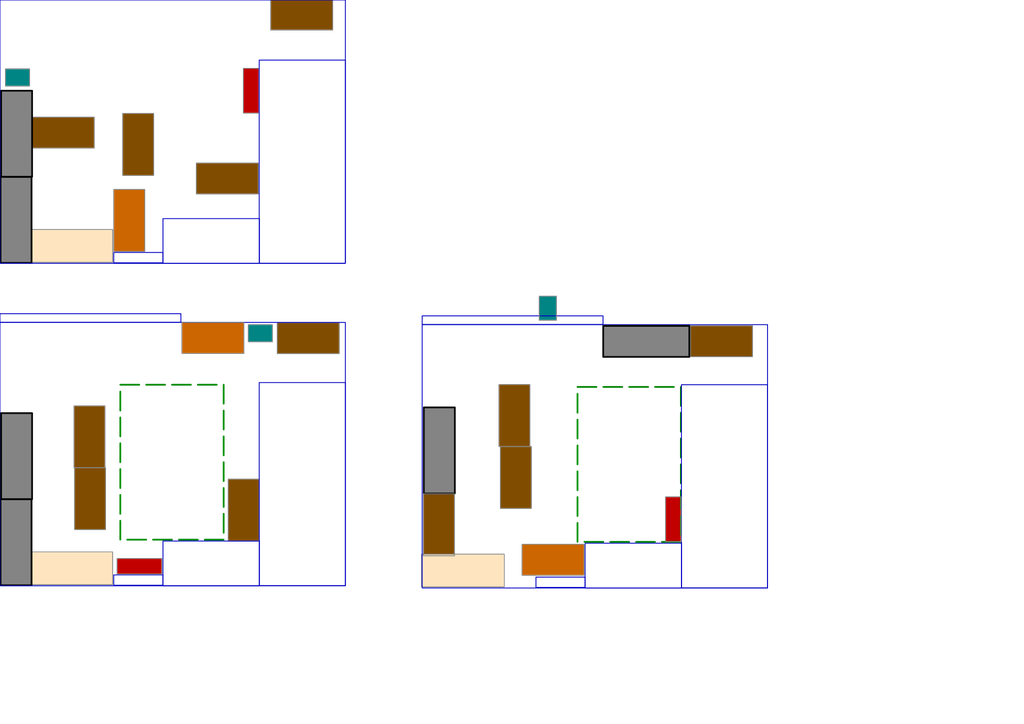
<source format=kicad_sch>
(kicad_sch
	(version 20231120)
	(generator "eeschema")
	(generator_version "8.0")
	(uuid "eb6ce237-7062-45e8-9989-24d4f126af19")
	(paper "A0")
	(lib_symbols)
	(rectangle
		(start 492.125 473.405)
		(end 528.125 573.405)
		(stroke
			(width 2)
			(type default)
			(color 0 0 0 1)
		)
		(fill
			(type color)
			(color 132 132 132 1)
		)
		(uuid 060862ba-5d8c-4e4b-bd8e-cc1a4746fa98)
	)
	(rectangle
		(start 300.99 444.5)
		(end 400.99 680.5)
		(stroke
			(width 1)
			(type default)
		)
		(fill
			(type none)
		)
		(uuid 08ebd557-138c-42b0-8e1c-002c13da02b8)
	)
	(rectangle
		(start 490.22 367.03)
		(end 700.22 377.03)
		(stroke
			(width 1)
			(type default)
		)
		(fill
			(type none)
		)
		(uuid 0cc5fdae-efc7-4ba0-b605-9d2b1b12819c)
	)
	(rectangle
		(start 264.99 556.65)
		(end 300.99 628.65)
		(stroke
			(width 1)
			(type default)
			(color 132 132 132 1)
		)
		(fill
			(type color)
			(color 128 77 0 1)
		)
		(uuid 0cfa0aba-b356-45b6-ab4c-98d58d3463b4)
	)
	(rectangle
		(start 670.56 449.58)
		(end 790.56 629.58)
		(stroke
			(width 2)
			(type dash)
			(color 0 132 0 1)
		)
		(fill
			(type none)
		)
		(uuid 16a51f73-c58e-4b5f-84f9-2f3b7c05ac3c)
	)
	(rectangle
		(start 606.18 632.46)
		(end 678.18 668.46)
		(stroke
			(width 1)
			(type default)
			(color 132 132 132 1)
		)
		(fill
			(type color)
			(color 204 102 0 1)
		)
		(uuid 1b5536a6-e100-4a46-b776-cb013d5c1fa0)
	)
	(rectangle
		(start 1.27 105.41)
		(end 37.27 205.41)
		(stroke
			(width 2)
			(type default)
			(color 0 0 0 1)
		)
		(fill
			(type color)
			(color 132 132 132 1)
		)
		(uuid 39bbd930-7013-49db-a16d-00f61e3b6658)
	)
	(rectangle
		(start 139.7 447.04)
		(end 259.7 627.04)
		(stroke
			(width 2)
			(type dash)
			(color 0 132 0 1)
		)
		(fill
			(type none)
		)
		(uuid 3d840ae1-9178-4383-81d3-02f2ab6b4124)
	)
	(rectangle
		(start 679.45 631.19)
		(end 791.45 683.19)
		(stroke
			(width 1)
			(type default)
		)
		(fill
			(type none)
		)
		(uuid 3dd61154-ff4a-49f8-87cd-5be09051b1c0)
	)
	(rectangle
		(start 132.08 220.1)
		(end 168.08 292.1)
		(stroke
			(width 1)
			(type default)
			(color 132 132 132 1)
		)
		(fill
			(type color)
			(color 204 102 0 1)
		)
		(uuid 3fe869ec-1552-4538-88ec-0cb387d5b5aa)
	)
	(rectangle
		(start 282.575 79.445)
		(end 300.575 131.445)
		(stroke
			(width 1)
			(type default)
			(color 132 132 132 1)
		)
		(fill
			(type color)
			(color 194 0 0 1)
		)
		(uuid 40b2d8bb-41d4-4fdd-bcd5-217e7b264fd5)
	)
	(rectangle
		(start 288.29 377.19)
		(end 316.29 397.19)
		(stroke
			(width 1)
			(type default)
			(color 132 132 132 1)
		)
		(fill
			(type color)
			(color 0 132 132 1)
		)
		(uuid 43643f87-dc1b-4385-b57c-ea3eef7a58e4)
	)
	(rectangle
		(start 579.315 446.795)
		(end 615.315 518.795)
		(stroke
			(width 1)
			(type default)
			(color 132 132 132 1)
		)
		(fill
			(type color)
			(color 128 77 0 1)
		)
		(uuid 43899827-6d79-48f3-a4f5-423b0712511f)
	)
	(rectangle
		(start 34.81 266.7)
		(end 130.81 304.7)
		(stroke
			(width 1)
			(type default)
			(color 132 132 132 1)
		)
		(fill
			(type color)
			(color 255 229 191 1)
		)
		(uuid 534d0527-2cf0-45ef-9410-7b83efbaeb92)
	)
	(rectangle
		(start 37.465 136.085)
		(end 109.465 172.085)
		(stroke
			(width 1)
			(type default)
			(color 132 132 132 1)
		)
		(fill
			(type color)
			(color 128 77 0 1)
		)
		(uuid 5b84d952-fa1e-43be-95cb-5c0708f9efa4)
	)
	(rectangle
		(start 0 374.65)
		(end 401 680.65)
		(stroke
			(width 1)
			(type default)
		)
		(fill
			(type none)
		)
		(uuid 5f1f619a-be41-44ed-9896-e5086fe48339)
	)
	(rectangle
		(start 85.92 471.56)
		(end 121.92 543.56)
		(stroke
			(width 1)
			(type default)
			(color 132 132 132 1)
		)
		(fill
			(type color)
			(color 128 77 0 1)
		)
		(uuid 6a56a4c7-0b89-4868-9dc2-fbe82ea62f78)
	)
	(rectangle
		(start 491.685 573.795)
		(end 527.685 645.795)
		(stroke
			(width 1)
			(type default)
			(color 132 132 132 1)
		)
		(fill
			(type color)
			(color 128 77 0 1)
		)
		(uuid 7241f22c-1c1b-44cc-829a-84b69312b71e)
	)
	(rectangle
		(start 300.99 -159.37)
		(end 480.99 -39.37)
		(stroke
			(width 2)
			(type dash)
			(color 0 132 0 1)
		)
		(fill
			(type none)
		)
		(uuid 76c6e697-d5d4-4225-9057-158eeaa776bf)
	)
	(rectangle
		(start 0 0)
		(end 401 306)
		(stroke
			(width 1)
			(type default)
		)
		(fill
			(type none)
		)
		(uuid 77da3c38-1e49-4e3c-b797-fbceddeaa871)
	)
	(rectangle
		(start 0 364.49)
		(end 210 374.49)
		(stroke
			(width 1)
			(type default)
		)
		(fill
			(type none)
		)
		(uuid 7bddea8f-9fc7-4096-afdf-3cc362253af9)
	)
	(rectangle
		(start 34.81 641.35)
		(end 130.81 679.35)
		(stroke
			(width 1)
			(type default)
			(color 132 132 132 1)
		)
		(fill
			(type color)
			(color 255 229 191 1)
		)
		(uuid 7cd30a03-26d1-4805-9910-68c462f6a6dc)
	)
	(rectangle
		(start 489.47 643.89)
		(end 585.47 681.89)
		(stroke
			(width 1)
			(type default)
			(color 132 132 132 1)
		)
		(fill
			(type color)
			(color 255 229 191 1)
		)
		(uuid 7e6dee04-e52f-425d-934c-8eecb9667fff)
	)
	(rectangle
		(start 142.435 131.835)
		(end 178.435 203.835)
		(stroke
			(width 1)
			(type default)
			(color 132 132 132 1)
		)
		(fill
			(type color)
			(color 128 77 0 1)
		)
		(uuid 81f8d124-d60c-4558-b461-0dfc1ba2aca4)
	)
	(rectangle
		(start 622.3 670.56)
		(end 679.3 682.56)
		(stroke
			(width 1)
			(type default)
		)
		(fill
			(type none)
		)
		(uuid 8308616e-63e7-428f-80f0-99c74672adf1)
	)
	(rectangle
		(start 0.635 205.435)
		(end 36.635 305.435)
		(stroke
			(width 2)
			(type default)
			(color 0 0 0 1)
		)
		(fill
			(type color)
			(color 132 132 132 1)
		)
		(uuid 863fdb19-d2a1-4408-a77d-1a4c49292cb0)
	)
	(rectangle
		(start 132.08 293.37)
		(end 189.08 305.37)
		(stroke
			(width 1)
			(type default)
		)
		(fill
			(type none)
		)
		(uuid 95c7525e-92a6-43b7-b96f-dfd15e5e11e5)
	)
	(rectangle
		(start 791.21 447.04)
		(end 891.21 683.04)
		(stroke
			(width 1)
			(type default)
		)
		(fill
			(type none)
		)
		(uuid a5a6db14-f090-4d47-9096-0bbb33d75d29)
	)
	(rectangle
		(start 490.22 377.19)
		(end 891.22 683.19)
		(stroke
			(width 1)
			(type default)
		)
		(fill
			(type none)
		)
		(uuid a65d6f82-eb66-4f99-9a73-e1970b89d641)
	)
	(rectangle
		(start 801.76 378.46)
		(end 873.76 414.46)
		(stroke
			(width 1)
			(type default)
			(color 132 132 132 1)
		)
		(fill
			(type color)
			(color 128 77 0 1)
		)
		(uuid a81d5021-33e4-4b0b-984a-20ec2692b75e)
	)
	(rectangle
		(start 321.945 374.845)
		(end 393.945 410.845)
		(stroke
			(width 1)
			(type default)
			(color 132 132 132 1)
		)
		(fill
			(type color)
			(color 128 77 0 1)
		)
		(uuid bdc3c865-1a27-4ee9-9f8a-4109eaac0901)
	)
	(rectangle
		(start 0.635 580.085)
		(end 36.635 680.085)
		(stroke
			(width 2)
			(type default)
			(color 0 0 0 1)
		)
		(fill
			(type color)
			(color 132 132 132 1)
		)
		(uuid bff68030-96c2-49ee-872a-a899203e6a8e)
	)
	(rectangle
		(start 227.965 189.425)
		(end 299.965 225.425)
		(stroke
			(width 1)
			(type default)
			(color 132 132 132 1)
		)
		(fill
			(type color)
			(color 128 77 0 1)
		)
		(uuid c0f45752-2b62-4f5a-bbb7-589a6b7f3921)
	)
	(rectangle
		(start 772.795 577.285)
		(end 790.795 629.285)
		(stroke
			(width 1)
			(type default)
			(color 132 132 132 1)
		)
		(fill
			(type color)
			(color 194 0 0 1)
		)
		(uuid c52b7124-bfd7-4f65-a939-884855a9ea17)
	)
	(rectangle
		(start 86.555 543.315)
		(end 122.555 615.315)
		(stroke
			(width 1)
			(type default)
			(color 132 132 132 1)
		)
		(fill
			(type color)
			(color 128 77 0 1)
		)
		(uuid c59e434c-4c7a-407b-90c3-8ed1ebc4f8b0)
	)
	(rectangle
		(start 314.325 -1.075)
		(end 386.325 34.925)
		(stroke
			(width 1)
			(type default)
			(color 132 132 132 1)
		)
		(fill
			(type color)
			(color 128 77 0 1)
		)
		(uuid c8918f8b-be65-40ae-b747-b9919288c5ce)
	)
	(rectangle
		(start 700.405 378.655)
		(end 800.405 414.655)
		(stroke
			(width 2)
			(type default)
			(color 0 0 0 1)
		)
		(fill
			(type color)
			(color 132 132 132 1)
		)
		(uuid ca4493a4-44da-4a45-9719-c665525e36b4)
	)
	(rectangle
		(start 211.21 374.65)
		(end 283.21 410.65)
		(stroke
			(width 1)
			(type default)
			(color 132 132 132 1)
		)
		(fill
			(type color)
			(color 204 102 0 1)
		)
		(uuid ccb8b4a2-a16e-42db-89b3-f79c9f807b0b)
	)
	(rectangle
		(start 189.23 254)
		(end 301.23 306)
		(stroke
			(width 1)
			(type default)
		)
		(fill
			(type none)
		)
		(uuid d65bffdf-4271-46c5-9246-077db4a95bb8)
	)
	(rectangle
		(start 132.08 668.02)
		(end 189.08 680.02)
		(stroke
			(width 1)
			(type default)
		)
		(fill
			(type none)
		)
		(uuid d8b4d949-a4ae-4fc0-bfe7-ef4167ee03fe)
	)
	(rectangle
		(start 1.27 480.06)
		(end 37.27 580.06)
		(stroke
			(width 2)
			(type default)
			(color 0 0 0 1)
		)
		(fill
			(type color)
			(color 132 132 132 1)
		)
		(uuid dd1e2dd1-e3a4-453b-8c0a-4bcdec528014)
	)
	(rectangle
		(start 626.11 344.11)
		(end 646.11 372.11)
		(stroke
			(width 1)
			(type default)
			(color 132 132 132 1)
		)
		(fill
			(type color)
			(color 0 132 132 1)
		)
		(uuid dea151f0-c53a-4cfc-a458-ebe82cb870c4)
	)
	(rectangle
		(start 135.89 648.97)
		(end 187.89 666.97)
		(stroke
			(width 1)
			(type default)
			(color 132 132 132 1)
		)
		(fill
			(type color)
			(color 194 0 0 1)
		)
		(uuid e1b26002-6fe4-44af-b362-f83d393d359c)
	)
	(rectangle
		(start 189.23 628.65)
		(end 301.23 680.65)
		(stroke
			(width 1)
			(type default)
		)
		(fill
			(type none)
		)
		(uuid e8112784-973f-4b8c-b56d-4d2da39158b3)
	)
	(rectangle
		(start 581.025 518.795)
		(end 617.025 590.795)
		(stroke
			(width 1)
			(type default)
			(color 132 132 132 1)
		)
		(fill
			(type color)
			(color 128 77 0 1)
		)
		(uuid efdaffd9-e257-4fc4-ac9d-f813372187c9)
	)
	(rectangle
		(start 300.99 69.85)
		(end 400.99 305.85)
		(stroke
			(width 1)
			(type default)
		)
		(fill
			(type none)
		)
		(uuid f7207b53-1dd7-48a7-95b2-3328a54973e1)
	)
	(rectangle
		(start 6.35 80.01)
		(end 34.35 100.01)
		(stroke
			(width 1)
			(type default)
			(color 132 132 132 1)
		)
		(fill
			(type color)
			(color 0 132 132 1)
		)
		(uuid f80e0d27-59cf-4b09-86b5-e4a649df2064)
	)
	(sheet_instances
		(path "/"
			(page "1")
		)
	)
)

</source>
